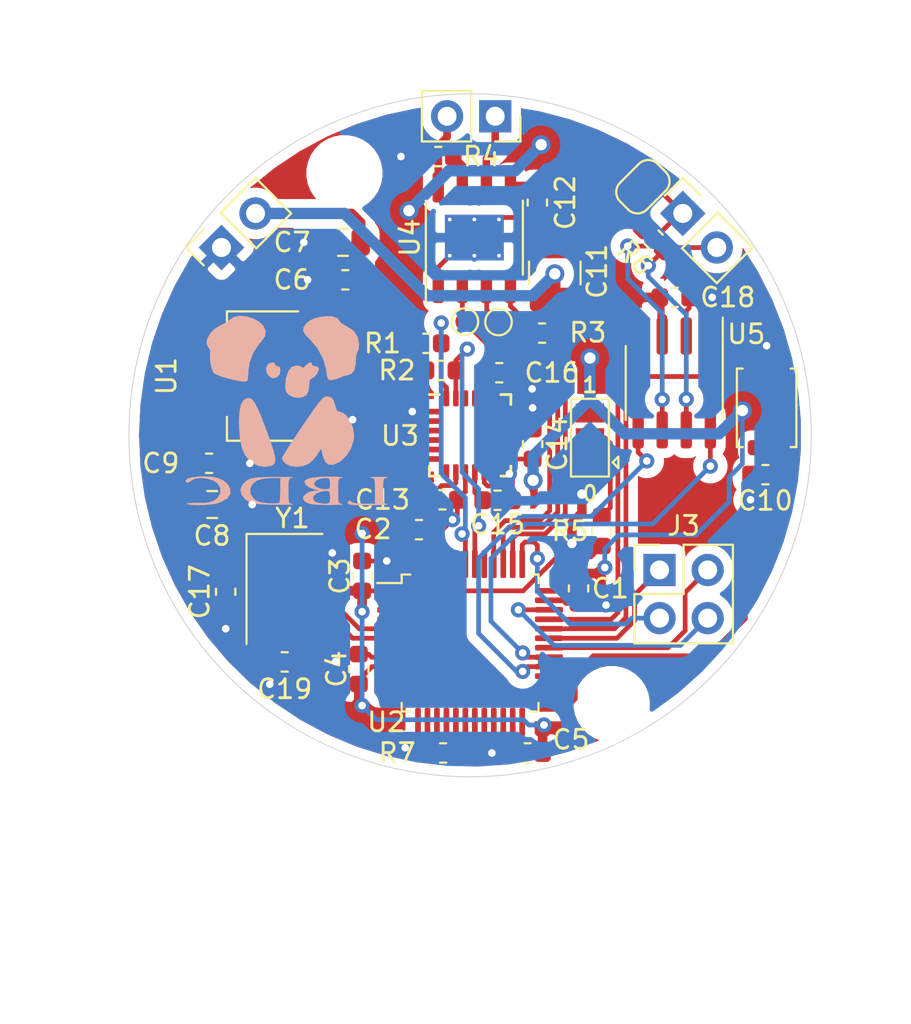
<source format=kicad_pcb>
(kicad_pcb (version 20171130) (host pcbnew "(5.1.6)-1")
  (layers (0 F.Cu signal) (31 B.Cu signal) (34 B.Paste user) (35 F.Paste user hide) (36 B.SilkS user hide) (37 F.SilkS user) (38 B.Mask user) (39 F.Mask user hide) (44 Edge.Cuts user))
  (net 0 "")
  (net 1 GND)
  (net 2 +3V3)
  (net 3 VCC)
  (net 4 /OSC_IN)
  (net 5 /OSC_OUT)
  (net 6 "Net-(J2-Pad2)")
  (net 7 "Net-(J2-Pad1)")
  (net 8 "Net-(JP1-Pad2)")
  (net 9 /I2C_SDA)
  (net 10 /I2C_SCL)
  (net 11 /STATUS)
  (net 12 "Net-(R4-Pad1)")
  (net 13 /BOOT)
  (net 14 "Net-(U2-Pad2)")
  (net 15 "Net-(U2-Pad3)")
  (net 16 "Net-(U2-Pad4)")
  (net 17 "Net-(U2-Pad10)")
  (net 18 "Net-(U2-Pad11)")
  (net 19 "Net-(U2-Pad12)")
  (net 20 "Net-(U2-Pad13)")
  (net 21 "Net-(U2-Pad14)")
  (net 22 "Net-(U2-Pad15)")
  (net 23 "Net-(U2-Pad16)")
  (net 24 "Net-(U2-Pad17)")
  (net 25 "Net-(U2-Pad18)")
  (net 26 "Net-(U2-Pad19)")
  (net 27 /SHDN)
  (net 28 /MODE)
  (net 29 "Net-(U2-Pad26)")
  (net 30 "Net-(U2-Pad27)")
  (net 31 /UART_TX)
  (net 32 /UART_RX)
  (net 33 /CAN_RX)
  (net 34 /CAN_TX)
  (net 35 "Net-(U2-Pad41)")
  (net 36 /IN1)
  (net 37 /IN2)
  (net 38 "Net-(U3-Pad6)")
  (net 39 "Net-(U3-Pad7)")
  (net 40 /INT)
  (net 41 /DTR)
  (net 42 "Net-(JP2-Pad2)")
  (net 43 "Net-(U2-Pad22)")
  (net 44 "Net-(U2-Pad25)")
  (net 45 "Net-(U2-Pad21)")
  (net 46 "Net-(U2-Pad45)")
  (net 47 "Net-(U2-Pad46)")
  (net 48 "Net-(C16-Pad1)")
  (net 49 "Net-(J4-Pad2)")
  (net 50 "Net-(J4-Pad1)")
  (net 51 "Net-(C15-Pad1)")
  (net 52 "Net-(R7-Pad1)")
  (net 53 /SWDCLK)
  (net 54 /SWDIO)
  (module Connector_PinHeader_2.54mm:PinHeader_2x02_P2.54mm_Vertical (layer F.Cu) (at 155 102.1)
    (fp_text reference J3 (at 1.27 -2.33) (layer F.SilkS))
    (fp_text value "SWD + Serial")
    (pad 4 thru_hole oval (at 2.54 2.54) (size 1.7 1.7) (drill 1) (layers *.Cu *.Mask) (net 54 /SWDIO))
    (pad 3 thru_hole oval (at 0 2.54) (size 1.7 1.7) (drill 1) (layers *.Cu *.Mask) (net 53 /SWDCLK))
    (pad 2 thru_hole oval (at 2.54 0) (size 1.7 1.7) (drill 1) (layers *.Cu *.Mask) (net 31 /UART_TX))
    (pad 1 thru_hole rect (at 0 0) (size 1.7 1.7) (drill 1) (layers *.Cu *.Mask) (net 32 /UART_RX))
  )
  (module Resistor_SMD:R_0603_1608Metric (layer F.Cu) (at 143.575 111.75 180)
    (fp_text reference R7 (at 2.425 0) (layer F.SilkS))
    (fp_text value 10k)
    (pad 2 smd roundrect (at 0.7875 0 180) (size 0.875 0.95) (layers F.Cu F.Paste F.Mask) (net 1 GND))
    (pad 1 smd roundrect (at -0.7875 0 180) (size 0.875 0.95) (layers F.Cu F.Paste F.Mask) (net 52 "Net-(R7-Pad1)"))
  )
  (module "Symbol:lucas logo 2" (layer B.Cu) (at 135.325 93.95 180)
    (fp_text reference G*** hide)
    (fp_text value LOGO hide)
  )
  (module TestPoint:TestPoint_Pad_D1.0mm (layer F.Cu) (at 146.5 89.025)
    (fp_text reference IN1 hide)
    (fp_text value TestPoint_Pad_D1.0mm)
    (pad 1 smd circle (at 0 0) (size 1 1) (layers F.Cu F.Mask) (net 36 /IN1))
  )
  (module TestPoint:TestPoint_Pad_D1.0mm (layer F.Cu) (at 144.725 89)
    (fp_text reference IN2 hide)
    (fp_text value TestPoint_Pad_D1.0mm)
    (pad 1 smd circle (at 0 0) (size 1 1) (layers F.Cu F.Mask) (net 37 /IN2))
  )
  (module Resistor_SMD:R_0603_1608Metric (layer F.Cu) (at 148.8 89.61 180)
    (fp_text reference R3 (at -2.4125 0.025) (layer F.SilkS))
    (fp_text value 10k)
    (pad 1 smd roundrect (at -0.7875 0 180) (size 0.875 0.95) (layers F.Cu F.Paste F.Mask) (net 2 +3V3))
    (pad 2 smd roundrect (at 0.7875 0 180) (size 0.875 0.95) (layers F.Cu F.Paste F.Mask) (net 11 /STATUS))
  )
  (module Capacitor_SMD:C_1210_3225Metric (layer F.Cu) (at 149.47 86.44 90)
    (fp_text reference C11 (at 0.09 2.23 270) (layer F.SilkS))
    (fp_text value 47uF)
    (pad 2 smd roundrect (at 1.4 0 90) (size 1.25 2.65) (layers F.Cu F.Paste F.Mask) (roundrect_rratio 0.2) (net 1 GND))
    (pad 1 smd roundrect (at -1.4 0 90) (size 1.25 2.65) (layers F.Cu F.Paste F.Mask) (roundrect_rratio 0.2) (net 3 VCC))
  )
  (module Connector_PinSocket_2.54mm:PinSocket_1x02_P2.54mm_Vertical (layer F.Cu) (at 156.225 83.3 45)
    (fp_text reference J4 hide)
    (fp_text value CANBUS)
    (pad 2 thru_hole oval (at 0 2.54 45) (size 1.7 1.7) (drill 1) (layers *.Cu *.Mask) (net 49 "Net-(J4-Pad2)"))
    (pad 1 thru_hole rect (at 0 0 45) (size 1.7 1.7) (drill 1) (layers *.Cu *.Mask) (net 50 "Net-(J4-Pad1)"))
  )
  (module Connector_PinSocket_2.54mm:PinSocket_1x02_P2.54mm_Vertical (layer F.Cu) (at 131.878949 85.096051 135)
    (fp_text reference J1 hide)
    (fp_text value ALIM)
    (pad 2 thru_hole oval (at 0 2.54 135) (size 1.7 1.7) (drill 1) (layers *.Cu *.Mask) (net 3 VCC))
    (pad 1 thru_hole rect (at 0 0 135) (size 1.7 1.7) (drill 1) (layers *.Cu *.Mask) (net 1 GND))
  )
  (module Connector_PinSocket_2.54mm:PinSocket_1x02_P2.54mm_Vertical (layer F.Cu) (at 146.325 78.175 270)
    (fp_text reference J2 hide)
    (fp_text value ELECTROMAGNET)
    (pad 2 thru_hole oval (at 0 2.54 270) (size 1.7 1.7) (drill 1) (layers *.Cu *.Mask) (net 6 "Net-(J2-Pad2)"))
    (pad 1 thru_hole rect (at 0 0 270) (size 1.7 1.7) (drill 1) (layers *.Cu *.Mask) (net 7 "Net-(J2-Pad1)"))
  )
  (module MountingHole:MountingHole_3mm (layer F.Cu) (at 152.475 109.175)
    (fp_text reference H2 hide)
    (fp_text value MountingHole)
    (pad 1 np_thru_hole circle (at 0 0) (size 3 3) (drill 3) (layers *.Cu *.Mask))
  )
  (module MountingHole:MountingHole_3mm (layer F.Cu) (at 138.37 81.18)
    (fp_text reference H1 hide)
    (fp_text value MountingHole)
    (pad 1 np_thru_hole circle (at 0 0) (size 3 3) (drill 3) (layers *.Cu *.Mask))
  )
  (module Capacitor_SMD:C_0603_1608Metric (layer F.Cu) (at 132.1 103.25 270)
    (fp_text reference C17 (at 0 1.375 90) (layer F.SilkS))
    (fp_text value 18pF)
    (pad 2 smd roundrect (at 0.7875 0 270) (size 0.875 0.95) (layers F.Cu F.Paste F.Mask) (net 1 GND))
    (pad 1 smd roundrect (at -0.7875 0 270) (size 0.875 0.95) (layers F.Cu F.Paste F.Mask) (net 4 /OSC_IN))
  )
  (module Crystal:Crystal_SMD_Abracon_ABM3C-4Pin_5.0x3.2mm (layer F.Cu) (at 135.2 103.1 270)
    (fp_text reference Y1 (at -3.725 -0.425 180) (layer F.SilkS))
    (fp_text value 8MHz)
    (pad 4 smd rect (at -1.9 -1.15 270) (size 1.6 1.3) (layers F.Cu F.Paste F.Mask) (net 1 GND))
    (pad 3 smd rect (at 1.9 -1.15 270) (size 1.6 1.3) (layers F.Cu F.Paste F.Mask) (net 5 /OSC_OUT))
    (pad 2 smd rect (at 1.9 1.15 270) (size 1.6 1.3) (layers F.Cu F.Paste F.Mask) (net 1 GND))
    (pad 1 smd rect (at -1.9 1.15 270) (size 1.6 1.3) (layers F.Cu F.Paste F.Mask) (net 4 /OSC_IN))
  )
  (module Button_Switch_SMD:SW_Push_SPST_NO_Alps_SKRK (layer F.Cu) (at 160.65 93.55 270)
    (fp_text reference SW1 hide)
    (fp_text value RESET)
    (pad 1 smd roundrect (at -2.1 0 270) (size 0.8 2) (layers F.Cu F.Paste F.Mask) (net 1 GND))
    (pad 2 smd roundrect (at 2.1 0 270) (size 0.8 2) (layers F.Cu F.Paste F.Mask) (net 41 /DTR))
  )
  (module Resistor_SMD:R_0603_1608Metric (layer F.Cu) (at 154.693153 84.668153 135)
    (fp_text reference R6 (at 0 -1.378858 135) (layer F.SilkS))
    (fp_text value 120)
    (pad 2 smd roundrect (at 0.7875 0 135) (size 0.875 0.95) (layers F.Cu F.Paste F.Mask) (net 42 "Net-(JP2-Pad2)"))
    (pad 1 smd roundrect (at -0.7875 0 135) (size 0.875 0.95) (layers F.Cu F.Paste F.Mask) (net 49 "Net-(J4-Pad2)"))
  )
  (module Jumper:SolderJumper-2_P1.3mm_Open_RoundedPad1.0x1.5mm (layer F.Cu) (at 154.12 81.89 225)
    (fp_text reference JP2 hide)
    (fp_text value JUMPER)
    (pad 2 smd custom (at 0.65 0 225) (size 1 0.5) (layers F.Cu F.Mask) (net 42 "Net-(JP2-Pad2)") (options (clearance outline) (anchor rect)) (primitives (gr_circle (center 0 0.25) (end 0.5 0.25) (width 0)) (gr_circle (center 0 -0.25) (end 0.5 -0.25) (width 0)) (gr_poly (pts (xy 0 -0.75) (xy -0.5 -0.75) (xy -0.5 0.75) (xy 0 0.75)) (width 0))))
    (pad 1 smd custom (at -0.65 0 225) (size 1 0.5) (layers F.Cu F.Mask) (net 50 "Net-(J4-Pad1)") (options (clearance outline) (anchor rect)) (primitives (gr_circle (center 0 0.25) (end 0.5 0.25) (width 0)) (gr_circle (center 0 -0.25) (end 0.5 -0.25) (width 0)) (gr_poly (pts (xy 0 -0.75) (xy 0.5 -0.75) (xy 0.5 0.75) (xy 0 0.75)) (width 0))))
  )
  (module Package_SO:SOIC-8_3.9x4.9mm_P1.27mm (layer F.Cu) (at 155.775 92.241 270)
    (fp_text reference U5 (at -2.575 -3.8 180) (layer F.SilkS))
    (fp_text value MAX3051)
    (pad 8 smd roundrect (at 2.475 -1.905 270) (size 1.95 0.6) (layers F.Cu F.Paste F.Mask) (net 28 /MODE))
    (pad 7 smd roundrect (at 2.475 -0.635 270) (size 1.95 0.6) (layers F.Cu F.Paste F.Mask) (net 49 "Net-(J4-Pad2)"))
    (pad 6 smd roundrect (at 2.475 0.635 270) (size 1.95 0.6) (layers F.Cu F.Paste F.Mask) (net 50 "Net-(J4-Pad1)"))
    (pad 5 smd roundrect (at 2.475 1.905 270) (size 1.95 0.6) (layers F.Cu F.Paste F.Mask) (net 27 /SHDN))
    (pad 4 smd roundrect (at -2.475 1.905 270) (size 1.95 0.6) (layers F.Cu F.Paste F.Mask) (net 34 /CAN_TX))
    (pad 3 smd roundrect (at -2.475 0.635 270) (size 1.95 0.6) (layers F.Cu F.Paste F.Mask) (net 2 +3V3))
    (pad 2 smd roundrect (at -2.475 -0.635 270) (size 1.95 0.6) (layers F.Cu F.Paste F.Mask) (net 1 GND))
    (pad 1 smd roundrect (at -2.475 -1.905 270) (size 1.95 0.6) (layers F.Cu F.Paste F.Mask) (net 33 /CAN_RX))
  )
  (module Package_SO:HSOP-8-1EP_3.9x4.9mm_P1.27mm_EP2.41x3.1mm_ThermalVias (layer F.Cu) (at 145.225 84.575 90)
    (fp_text reference U4 (at 0 -3.4 90) (layer F.SilkS))
    (fp_text value DRV8872DDA)
    (pad 9 smd rect (at 0 0 90) (size 2.41 3.1) (layers B.Cu) (net 1 GND))
    (pad 9 thru_hole circle (at 0.955 1.3 90) (size 0.5 0.5) (drill 0.2) (layers *.Cu) (net 1 GND))
    (pad 9 thru_hole circle (at -0.955 1.3 90) (size 0.5 0.5) (drill 0.2) (layers *.Cu) (net 1 GND))
    (pad 9 thru_hole circle (at 0.955 0 90) (size 0.5 0.5) (drill 0.2) (layers *.Cu) (net 1 GND))
    (pad 9 thru_hole circle (at -0.955 0 90) (size 0.5 0.5) (drill 0.2) (layers *.Cu) (net 1 GND))
    (pad 9 thru_hole circle (at 0.955 -1.3 90) (size 0.5 0.5) (drill 0.2) (layers *.Cu) (net 1 GND))
    (pad 9 thru_hole circle (at -0.955 -1.3 90) (size 0.5 0.5) (drill 0.2) (layers *.Cu) (net 1 GND))
    (pad 9 smd rect (at 0 0 90) (size 2.41 3.1) (layers F.Cu F.Mask) (net 1 GND))
    (pad 8 smd roundrect (at 2.65 -1.905 90) (size 1.6 0.6) (layers F.Cu F.Paste F.Mask) (net 6 "Net-(J2-Pad2)"))
    (pad 7 smd roundrect (at 2.65 -0.635 90) (size 1.6 0.6) (layers F.Cu F.Paste F.Mask) (net 12 "Net-(R4-Pad1)"))
    (pad 6 smd roundrect (at 2.65 0.635 90) (size 1.6 0.6) (layers F.Cu F.Paste F.Mask) (net 7 "Net-(J2-Pad1)"))
    (pad 5 smd roundrect (at 2.65 1.905 90) (size 1.6 0.6) (layers F.Cu F.Paste F.Mask) (net 3 VCC))
    (pad 4 smd roundrect (at -2.65 1.905 90) (size 1.6 0.6) (layers F.Cu F.Paste F.Mask) (net 11 /STATUS))
    (pad 3 smd roundrect (at -2.65 0.635 90) (size 1.6 0.6) (layers F.Cu F.Paste F.Mask) (net 36 /IN1))
    (pad 2 smd roundrect (at -2.65 -0.635 90) (size 1.6 0.6) (layers F.Cu F.Paste F.Mask) (net 37 /IN2))
    (pad 1 smd roundrect (at -2.65 -1.905 90) (size 1.6 0.6) (layers F.Cu F.Paste F.Mask) (net 1 GND))
  )
  (module Capacitor_SMD:C_0603_1608Metric (layer F.Cu) (at 143.5375 98.4)
    (fp_text reference C13 (at -3.1625 0) (layer F.SilkS))
    (fp_text value 100nF)
    (pad 2 smd roundrect (at 0.7875 0) (size 0.875 0.95) (layers F.Cu F.Paste F.Mask) (net 1 GND))
    (pad 1 smd roundrect (at -0.7875 0) (size 0.875 0.95) (layers F.Cu F.Paste F.Mask) (net 2 +3V3))
  )
  (module Capacitor_SMD:C_0603_1608Metric (layer F.Cu) (at 150.725 103.075 270)
    (fp_text reference C1 (at 0 -1.675) (layer F.SilkS))
    (fp_text value 100nF)
    (pad 2 smd roundrect (at 0.7875 0 270) (size 0.875 0.95) (layers F.Cu F.Paste F.Mask) (net 1 GND))
    (pad 1 smd roundrect (at -0.7875 0 270) (size 0.875 0.95) (layers F.Cu F.Paste F.Mask) (net 2 +3V3))
  )
  (module Capacitor_SMD:C_0603_1608Metric (layer F.Cu) (at 142.3 99.975)
    (fp_text reference C2 (at -2.425 -0.025) (layer F.SilkS))
    (fp_text value 100nF)
    (pad 1 smd roundrect (at -0.7875 0) (size 0.875 0.95) (layers F.Cu F.Paste F.Mask) (net 2 +3V3))
    (pad 2 smd roundrect (at 0.7875 0) (size 0.875 0.95) (layers F.Cu F.Paste F.Mask) (net 1 GND))
  )
  (module Capacitor_SMD:C_0603_1608Metric (layer F.Cu) (at 139.3 102.4125 90)
    (fp_text reference C3 (at -0.0125 -1.175 270) (layer F.SilkS))
    (fp_text value 100nF)
    (pad 2 smd roundrect (at 0.7875 0 90) (size 0.875 0.95) (layers F.Cu F.Paste F.Mask) (net 1 GND))
    (pad 1 smd roundrect (at -0.7875 0 90) (size 0.875 0.95) (layers F.Cu F.Paste F.Mask) (net 2 +3V3))
  )
  (module Capacitor_SMD:C_0603_1608Metric (layer F.Cu) (at 139.125 107.325 90)
    (fp_text reference C4 (at 0 -1.175 90) (layer F.SilkS))
    (fp_text value 100nF)
    (pad 1 smd roundrect (at -0.7875 0 90) (size 0.875 0.95) (layers F.Cu F.Paste F.Mask) (net 2 +3V3))
    (pad 2 smd roundrect (at 0.7875 0 90) (size 0.875 0.95) (layers F.Cu F.Paste F.Mask) (net 1 GND))
  )
  (module Capacitor_SMD:C_0603_1608Metric (layer F.Cu) (at 148.0375 111.75 180)
    (fp_text reference C5 (at -2.2875 0.7) (layer F.SilkS))
    (fp_text value 100nF)
    (pad 2 smd roundrect (at 0.7875 0 180) (size 0.875 0.95) (layers F.Cu F.Paste F.Mask) (net 1 GND))
    (pad 1 smd roundrect (at -0.7875 0 180) (size 0.875 0.95) (layers F.Cu F.Paste F.Mask) (net 2 +3V3))
  )
  (module Capacitor_SMD:C_0603_1608Metric (layer F.Cu) (at 138.4125 86.8 180)
    (fp_text reference C6 (at 2.8125 0) (layer F.SilkS))
    (fp_text value 100nF)
    (pad 1 smd roundrect (at -0.7875 0 180) (size 0.875 0.95) (layers F.Cu F.Paste F.Mask) (net 3 VCC))
    (pad 2 smd roundrect (at 0.7875 0 180) (size 0.875 0.95) (layers F.Cu F.Paste F.Mask) (net 1 GND))
  )
  (module Capacitor_SMD:C_0805_2012Metric (layer F.Cu) (at 138.2875 84.825 180)
    (fp_text reference C7 (at 2.6875 0) (layer F.SilkS))
    (fp_text value 10uF)
    (pad 1 smd roundrect (at -0.9375 0 180) (size 0.975 1.4) (layers F.Cu F.Paste F.Mask) (net 3 VCC))
    (pad 2 smd roundrect (at 0.9375 0 180) (size 0.975 1.4) (layers F.Cu F.Paste F.Mask) (net 1 GND))
  )
  (module Capacitor_SMD:C_0805_2012Metric (layer F.Cu) (at 131.3875 98.65)
    (fp_text reference C8 (at -0.0125 1.65) (layer F.SilkS))
    (fp_text value 10uF)
    (pad 2 smd roundrect (at 0.9375 0) (size 0.975 1.4) (layers F.Cu F.Paste F.Mask) (net 1 GND))
    (pad 1 smd roundrect (at -0.9375 0) (size 0.975 1.4) (layers F.Cu F.Paste F.Mask) (net 2 +3V3))
  )
  (module Capacitor_SMD:C_0603_1608Metric (layer F.Cu) (at 131.225 96.475)
    (fp_text reference C9 (at -2.55 0 180) (layer F.SilkS))
    (fp_text value 100nF)
    (pad 2 smd roundrect (at 0.7875 0) (size 0.875 0.95) (layers F.Cu F.Paste F.Mask) (net 1 GND))
    (pad 1 smd roundrect (at -0.7875 0) (size 0.875 0.95) (layers F.Cu F.Paste F.Mask) (net 2 +3V3))
  )
  (module Capacitor_SMD:C_0603_1608Metric (layer F.Cu) (at 160.5875 97.075 180)
    (fp_text reference C10 (at 0.0125 -1.375) (layer F.SilkS))
    (fp_text value 100nF)
    (pad 1 smd roundrect (at -0.7875 0 180) (size 0.875 0.95) (layers F.Cu F.Paste F.Mask) (net 41 /DTR))
    (pad 2 smd roundrect (at 0.7875 0 180) (size 0.875 0.95) (layers F.Cu F.Paste F.Mask) (net 1 GND))
  )
  (module Capacitor_SMD:C_0603_1608Metric (layer F.Cu) (at 148.55 82.725 270)
    (fp_text reference C12 (at 0 -1.475 270) (layer F.SilkS))
    (fp_text value 100nF)
    (pad 1 smd roundrect (at -0.7875 0 270) (size 0.875 0.95) (layers F.Cu F.Paste F.Mask) (net 3 VCC))
    (pad 2 smd roundrect (at 0.7875 0 270) (size 0.875 0.95) (layers F.Cu F.Paste F.Mask) (net 1 GND))
  )
  (module Capacitor_SMD:C_0603_1608Metric (layer F.Cu) (at 148.3 95.4625 90)
    (fp_text reference C14 (at 0.0125 1.3 90) (layer F.SilkS))
    (fp_text value 100nF)
    (pad 2 smd roundrect (at 0.7875 0 90) (size 0.875 0.95) (layers F.Cu F.Paste F.Mask) (net 1 GND))
    (pad 1 smd roundrect (at -0.7875 0 90) (size 0.875 0.95) (layers F.Cu F.Paste F.Mask) (net 2 +3V3))
  )
  (module Capacitor_SMD:C_0603_1608Metric (layer F.Cu) (at 146.45 98.425)
    (fp_text reference C15 (at 0 1.275) (layer F.SilkS))
    (fp_text value 100nF)
    (pad 1 smd roundrect (at -0.7875 0) (size 0.875 0.95) (layers F.Cu F.Paste F.Mask) (net 51 "Net-(C15-Pad1)"))
    (pad 2 smd roundrect (at 0.7875 0) (size 0.875 0.95) (layers F.Cu F.Paste F.Mask) (net 1 GND))
  )
  (module Capacitor_SMD:C_0603_1608Metric (layer F.Cu) (at 146.5375 91.7)
    (fp_text reference C16 (at 2.7875 0) (layer F.SilkS))
    (fp_text value 2.2nF)
    (pad 2 smd roundrect (at 0.7875 0) (size 0.875 0.95) (layers F.Cu F.Paste F.Mask) (net 1 GND))
    (pad 1 smd roundrect (at -0.7875 0) (size 0.875 0.95) (layers F.Cu F.Paste F.Mask) (net 48 "Net-(C16-Pad1)"))
  )
  (module Capacitor_SMD:C_0603_1608Metric (layer F.Cu) (at 155.8 87.725)
    (fp_text reference C18 (at 2.8 0) (layer F.SilkS))
    (fp_text value 100nF)
    (pad 1 smd roundrect (at -0.7875 0) (size 0.875 0.95) (layers F.Cu F.Paste F.Mask) (net 2 +3V3))
    (pad 2 smd roundrect (at 0.7875 0) (size 0.875 0.95) (layers F.Cu F.Paste F.Mask) (net 1 GND))
  )
  (module Capacitor_SMD:C_0603_1608Metric (layer F.Cu) (at 135.2125 106.95 180)
    (fp_text reference C19 (at 0 -1.43) (layer F.SilkS))
    (fp_text value 18pF)
    (pad 1 smd roundrect (at -0.7875 0 180) (size 0.875 0.95) (layers F.Cu F.Paste F.Mask) (net 5 /OSC_OUT))
    (pad 2 smd roundrect (at 0.7875 0 180) (size 0.875 0.95) (layers F.Cu F.Paste F.Mask) (net 1 GND))
  )
  (module Jumper:SolderJumper-3_P1.3mm_Open_Pad1.0x1.5mm (layer F.Cu) (at 151.325 95.125 90)
    (fp_text reference JP1 hide)
    (fp_text value BOOT)
    (pad 3 smd rect (at 1.3 0 90) (size 1 1.5) (layers F.Cu F.Mask) (net 2 +3V3))
    (pad 2 smd rect (at 0 0 90) (size 1 1.5) (layers F.Cu F.Mask) (net 8 "Net-(JP1-Pad2)"))
    (pad 1 smd rect (at -1.3 0 90) (size 1 1.5) (layers F.Cu F.Mask) (net 1 GND))
  )
  (module Resistor_SMD:R_0603_1608Metric (layer F.Cu) (at 142.6875 90.15)
    (fp_text reference R1 (at -2.3125 0) (layer F.SilkS))
    (fp_text value 4.7k)
    (pad 2 smd roundrect (at 0.7875 0) (size 0.875 0.95) (layers F.Cu F.Paste F.Mask) (net 9 /I2C_SDA))
    (pad 1 smd roundrect (at -0.7875 0) (size 0.875 0.95) (layers F.Cu F.Paste F.Mask) (net 2 +3V3))
  )
  (module Resistor_SMD:R_0603_1608Metric (layer F.Cu) (at 143.4625 91.575)
    (fp_text reference R2 (at -2.325 0) (layer F.SilkS))
    (fp_text value 4.7k)
    (pad 1 smd roundrect (at -0.7875 0) (size 0.875 0.95) (layers F.Cu F.Paste F.Mask) (net 2 +3V3))
    (pad 2 smd roundrect (at 0.7875 0) (size 0.875 0.95) (layers F.Cu F.Paste F.Mask) (net 10 /I2C_SCL))
  )
  (module Resistor_SMD:R_0603_1608Metric (layer F.Cu) (at 143.325 80.3 180)
    (fp_text reference R4 (at -2.275 0) (layer F.SilkS))
    (fp_text value 1)
    (pad 2 smd roundrect (at 0.7875 0 180) (size 0.875 0.95) (layers F.Cu F.Paste F.Mask) (net 1 GND))
    (pad 1 smd roundrect (at -0.7875 0 180) (size 0.875 0.95) (layers F.Cu F.Paste F.Mask) (net 12 "Net-(R4-Pad1)"))
  )
  (module Resistor_SMD:R_0603_1608Metric (layer F.Cu) (at 151.95 100.05 90)
    (fp_text reference R5 (at 0 -1.675) (layer F.SilkS))
    (fp_text value 10k)
    (pad 1 smd roundrect (at -0.7875 0 90) (size 0.875 0.95) (layers F.Cu F.Paste F.Mask) (net 13 /BOOT))
    (pad 2 smd roundrect (at 0.7875 0 90) (size 0.875 0.95) (layers F.Cu F.Paste F.Mask) (net 8 "Net-(JP1-Pad2)"))
  )
  (module Package_TO_SOT_SMD:SOT-223-3_TabPin2 (layer F.Cu) (at 134.075 91.875 180)
    (fp_text reference U1 (at 5.1 0 90) (layer F.SilkS))
    (fp_text value AMS1117-3.3)
    (pad 2 smd rect (at 3.15 0 180) (size 2 3.8) (layers F.Cu F.Paste F.Mask) (net 2 +3V3))
    (pad 2 smd rect (at -3.15 0 180) (size 2 1.5) (layers F.Cu F.Paste F.Mask) (net 2 +3V3))
    (pad 3 smd rect (at -3.15 2.3 180) (size 2 1.5) (layers F.Cu F.Paste F.Mask) (net 3 VCC))
    (pad 1 smd rect (at -3.15 -2.3 180) (size 2 1.5) (layers F.Cu F.Paste F.Mask) (net 1 GND))
  )
  (module Package_QFP:LQFP-48_7x7mm_P0.5mm (layer F.Cu) (at 145 105.95)
    (fp_text reference U2 (at -4.425 4.175) (layer F.SilkS))
    (fp_text value STM32F103C8Tx)
    (pad 1 smd roundrect (at -4.1625 -2.75) (size 1.475 0.3) (layers F.Cu F.Paste F.Mask) (net 2 +3V3))
    (pad 2 smd roundrect (at -4.1625 -2.25) (size 1.475 0.3) (layers F.Cu F.Paste F.Mask) (net 14 "Net-(U2-Pad2)"))
    (pad 3 smd roundrect (at -4.1625 -1.75) (size 1.475 0.3) (layers F.Cu F.Paste F.Mask) (net 15 "Net-(U2-Pad3)"))
    (pad 4 smd roundrect (at -4.1625 -1.25) (size 1.475 0.3) (layers F.Cu F.Paste F.Mask) (net 16 "Net-(U2-Pad4)"))
    (pad 5 smd roundrect (at -4.1625 -0.75) (size 1.475 0.3) (layers F.Cu F.Paste F.Mask) (net 4 /OSC_IN))
    (pad 6 smd roundrect (at -4.1625 -0.25) (size 1.475 0.3) (layers F.Cu F.Paste F.Mask) (net 5 /OSC_OUT))
    (pad 7 smd roundrect (at -4.1625 0.25) (size 1.475 0.3) (layers F.Cu F.Paste F.Mask) (net 41 /DTR))
    (pad 8 smd roundrect (at -4.1625 0.75) (size 1.475 0.3) (layers F.Cu F.Paste F.Mask) (net 1 GND))
    (pad 9 smd roundrect (at -4.1625 1.25) (size 1.475 0.3) (layers F.Cu F.Paste F.Mask) (net 2 +3V3))
    (pad 10 smd roundrect (at -4.1625 1.75) (size 1.475 0.3) (layers F.Cu F.Paste F.Mask) (net 17 "Net-(U2-Pad10)"))
    (pad 11 smd roundrect (at -4.1625 2.25) (size 1.475 0.3) (layers F.Cu F.Paste F.Mask) (net 18 "Net-(U2-Pad11)"))
    (pad 12 smd roundrect (at -4.1625 2.75) (size 1.475 0.3) (layers F.Cu F.Paste F.Mask) (net 19 "Net-(U2-Pad12)"))
    (pad 13 smd roundrect (at -2.75 4.1625) (size 0.3 1.475) (layers F.Cu F.Paste F.Mask) (net 20 "Net-(U2-Pad13)"))
    (pad 14 smd roundrect (at -2.25 4.1625) (size 0.3 1.475) (layers F.Cu F.Paste F.Mask) (net 21 "Net-(U2-Pad14)"))
    (pad 15 smd roundrect (at -1.75 4.1625) (size 0.3 1.475) (layers F.Cu F.Paste F.Mask) (net 22 "Net-(U2-Pad15)"))
    (pad 16 smd roundrect (at -1.25 4.1625) (size 0.3 1.475) (layers F.Cu F.Paste F.Mask) (net 23 "Net-(U2-Pad16)"))
    (pad 17 smd roundrect (at -0.75 4.1625) (size 0.3 1.475) (layers F.Cu F.Paste F.Mask) (net 24 "Net-(U2-Pad17)"))
    (pad 18 smd roundrect (at -0.25 4.1625) (size 0.3 1.475) (layers F.Cu F.Paste F.Mask) (net 25 "Net-(U2-Pad18)"))
    (pad 19 smd roundrect (at 0.25 4.1625) (size 0.3 1.475) (layers F.Cu F.Paste F.Mask) (net 26 "Net-(U2-Pad19)"))
    (pad 20 smd roundrect (at 0.75 4.1625) (size 0.3 1.475) (layers F.Cu F.Paste F.Mask) (net 52 "Net-(R7-Pad1)"))
    (pad 21 smd roundrect (at 1.25 4.1625) (size 0.3 1.475) (layers F.Cu F.Paste F.Mask) (net 45 "Net-(U2-Pad21)"))
    (pad 22 smd roundrect (at 1.75 4.1625) (size 0.3 1.475) (layers F.Cu F.Paste F.Mask) (net 43 "Net-(U2-Pad22)"))
    (pad 23 smd roundrect (at 2.25 4.1625) (size 0.3 1.475) (layers F.Cu F.Paste F.Mask) (net 1 GND))
    (pad 24 smd roundrect (at 2.75 4.1625) (size 0.3 1.475) (layers F.Cu F.Paste F.Mask) (net 2 +3V3))
    (pad 25 smd roundrect (at 4.1625 2.75) (size 1.475 0.3) (layers F.Cu F.Paste F.Mask) (net 44 "Net-(U2-Pad25)"))
    (pad 26 smd roundrect (at 4.1625 2.25) (size 1.475 0.3) (layers F.Cu F.Paste F.Mask) (net 29 "Net-(U2-Pad26)"))
    (pad 27 smd roundrect (at 4.1625 1.75) (size 1.475 0.3) (layers F.Cu F.Paste F.Mask) (net 30 "Net-(U2-Pad27)"))
    (pad 28 smd roundrect (at 4.1625 1.25) (size 1.475 0.3) (layers F.Cu F.Paste F.Mask) (net 27 /SHDN))
    (pad 29 smd roundrect (at 4.1625 0.75) (size 1.475 0.3) (layers F.Cu F.Paste F.Mask) (net 28 /MODE))
    (pad 30 smd roundrect (at 4.1625 0.25) (size 1.475 0.3) (layers F.Cu F.Paste F.Mask) (net 31 /UART_TX))
    (pad 31 smd roundrect (at 4.1625 -0.25) (size 1.475 0.3) (layers F.Cu F.Paste F.Mask) (net 32 /UART_RX))
    (pad 32 smd roundrect (at 4.1625 -0.75) (size 1.475 0.3) (layers F.Cu F.Paste F.Mask) (net 33 /CAN_RX))
    (pad 33 smd roundrect (at 4.1625 -1.25) (size 1.475 0.3) (layers F.Cu F.Paste F.Mask) (net 34 /CAN_TX))
    (pad 34 smd roundrect (at 4.1625 -1.75) (size 1.475 0.3) (layers F.Cu F.Paste F.Mask) (net 54 /SWDIO))
    (pad 35 smd roundrect (at 4.1625 -2.25) (size 1.475 0.3) (layers F.Cu F.Paste F.Mask) (net 1 GND))
    (pad 36 smd roundrect (at 4.1625 -2.75) (size 1.475 0.3) (layers F.Cu F.Paste F.Mask) (net 2 +3V3))
    (pad 37 smd roundrect (at 2.75 -4.1625) (size 0.3 1.475) (layers F.Cu F.Paste F.Mask) (net 53 /SWDCLK))
    (pad 38 smd roundrect (at 2.25 -4.1625) (size 0.3 1.475) (layers F.Cu F.Paste F.Mask) (net 11 /STATUS))
    (pad 39 smd roundrect (at 1.75 -4.1625) (size 0.3 1.475) (layers F.Cu F.Paste F.Mask) (net 36 /IN1))
    (pad 40 smd roundrect (at 1.25 -4.1625) (size 0.3 1.475) (layers F.Cu F.Paste F.Mask) (net 37 /IN2))
    (pad 41 smd roundrect (at 0.75 -4.1625) (size 0.3 1.475) (layers F.Cu F.Paste F.Mask) (net 35 "Net-(U2-Pad41)"))
    (pad 42 smd roundrect (at 0.25 -4.1625) (size 0.3 1.475) (layers F.Cu F.Paste F.Mask) (net 10 /I2C_SCL))
    (pad 43 smd roundrect (at -0.25 -4.1625) (size 0.3 1.475) (layers F.Cu F.Paste F.Mask) (net 9 /I2C_SDA))
    (pad 44 smd roundrect (at -0.75 -4.1625) (size 0.3 1.475) (layers F.Cu F.Paste F.Mask) (net 13 /BOOT))
    (pad 45 smd roundrect (at -1.25 -4.1625) (size 0.3 1.475) (layers F.Cu F.Paste F.Mask) (net 46 "Net-(U2-Pad45)"))
    (pad 46 smd roundrect (at -1.75 -4.1625) (size 0.3 1.475) (layers F.Cu F.Paste F.Mask) (net 47 "Net-(U2-Pad46)"))
    (pad 47 smd roundrect (at -2.25 -4.1625) (size 0.3 1.475) (layers F.Cu F.Paste F.Mask) (net 1 GND))
    (pad 48 smd roundrect (at -2.75 -4.1625) (size 0.3 1.475) (layers F.Cu F.Paste F.Mask) (net 2 +3V3))
  )
  (module Sensor_Motion:InvenSense_QFN-24_4x4mm_P0.5mm (layer F.Cu) (at 145 95)
    (fp_text reference U3 (at -3.7 0.025) (layer F.SilkS))
    (fp_text value MPU-6050)
    (pad 1 smd roundrect (at -1.95 -1.25) (size 0.85 0.3) (layers F.Cu F.Paste F.Mask) (net 1 GND))
    (pad 2 smd roundrect (at -1.95 -0.75) (size 0.85 0.3) (layers F.Cu F.Paste F.Mask))
    (pad 3 smd roundrect (at -1.95 -0.25) (size 0.85 0.3) (layers F.Cu F.Paste F.Mask))
    (pad 4 smd roundrect (at -1.95 0.25) (size 0.85 0.3) (layers F.Cu F.Paste F.Mask))
    (pad 5 smd roundrect (at -1.95 0.75) (size 0.85 0.3) (layers F.Cu F.Paste F.Mask))
    (pad 6 smd roundrect (at -1.95 1.25) (size 0.85 0.3) (layers F.Cu F.Paste F.Mask) (net 38 "Net-(U3-Pad6)"))
    (pad 7 smd roundrect (at -1.25 1.95 90) (size 0.85 0.3) (layers F.Cu F.Paste F.Mask) (net 39 "Net-(U3-Pad7)"))
    (pad 8 smd roundrect (at -0.75 1.95 90) (size 0.85 0.3) (layers F.Cu F.Paste F.Mask) (net 2 +3V3))
    (pad 9 smd roundrect (at -0.25 1.95 90) (size 0.85 0.3) (layers F.Cu F.Paste F.Mask) (net 1 GND))
    (pad 10 smd roundrect (at 0.25 1.95 90) (size 0.85 0.3) (layers F.Cu F.Paste F.Mask) (net 51 "Net-(C15-Pad1)"))
    (pad 11 smd roundrect (at 0.75 1.95 90) (size 0.85 0.3) (layers F.Cu F.Paste F.Mask) (net 1 GND))
    (pad 12 smd roundrect (at 1.25 1.95 90) (size 0.85 0.3) (layers F.Cu F.Paste F.Mask) (net 40 /INT))
    (pad 13 smd roundrect (at 1.95 1.25) (size 0.85 0.3) (layers F.Cu F.Paste F.Mask) (net 2 +3V3))
    (pad 14 smd roundrect (at 1.95 0.75) (size 0.85 0.3) (layers F.Cu F.Paste F.Mask))
    (pad 15 smd roundrect (at 1.95 0.25) (size 0.85 0.3) (layers F.Cu F.Paste F.Mask))
    (pad 16 smd roundrect (at 1.95 -0.25) (size 0.85 0.3) (layers F.Cu F.Paste F.Mask))
    (pad 17 smd roundrect (at 1.95 -0.75) (size 0.85 0.3) (layers F.Cu F.Paste F.Mask))
    (pad 18 smd roundrect (at 1.95 -1.25) (size 0.85 0.3) (layers F.Cu F.Paste F.Mask) (net 1 GND))
    (pad 19 smd roundrect (at 1.25 -1.95 90) (size 0.85 0.3) (layers F.Cu F.Paste F.Mask))
    (pad 20 smd roundrect (at 0.75 -1.95 90) (size 0.85 0.3) (layers F.Cu F.Paste F.Mask) (net 48 "Net-(C16-Pad1)"))
    (pad 21 smd roundrect (at 0.25 -1.95 90) (size 0.85 0.3) (layers F.Cu F.Paste F.Mask))
    (pad 22 smd roundrect (at -0.25 -1.95 90) (size 0.85 0.3) (layers F.Cu F.Paste F.Mask))
    (pad 23 smd roundrect (at -0.75 -1.95 90) (size 0.85 0.3) (layers F.Cu F.Paste F.Mask) (net 10 /I2C_SCL))
    (pad 24 smd roundrect (at -1.25 -1.95 90) (size 0.85 0.3) (layers F.Cu F.Paste F.Mask) (net 9 /I2C_SDA))
  )
  (gr_text "0\n" (at 151.325 98.075) (layer F.SilkS) (effects (font (size 0.8 0.8))))
  (gr_text 1 (at 151.325 92.35) (layer F.SilkS) (effects (font (size 0.8 0.8))))
  (gr_circle (center 145 95) (end 145.5 77) (layer Edge.Cuts) (width 0.05))
  (via (at 150.9 98.1) (size 1) (drill 0.5) (layers F.Cu B.Cu) (net 1))
  (via (at 148.325 97.375) (size 1) (drill 0.6) (layers F.Cu B.Cu) (net 2))
  (via (at 134.425 108.125) (size 0.8) (drill 0.4) (layers F.Cu B.Cu) (net 1))
  (via (at 141.35 80.3) (size 0.8) (drill 0.4) (layers F.Cu B.Cu) (net 1))
  (via (at 160.65 90.275) (size 0.8) (drill 0.4) (layers F.Cu B.Cu) (net 1))
  (via (at 136.225 84.825) (size 0.8) (drill 0.4) (layers F.Cu B.Cu) (net 1))
  (via (at 148.3 93.55) (size 0.8) (drill 0.4) (layers F.Cu B.Cu) (net 1))
  (segment (start 148.3 93.55) (end 148.3 94.675) (width 0.25) (layer F.Cu) (net 1))
  (segment (start 147.775 93.55) (end 148.3 93.55) (width 0.25) (layer F.Cu) (net 1))
  (segment (start 146.95 93.75) (end 147.575 93.75) (width 0.25) (layer F.Cu) (net 1))
  (segment (start 147.575 93.75) (end 147.775 93.55) (width 0.25) (layer F.Cu) (net 1))
  (via (at 148.275 92.55) (size 0.8) (drill 0.4) (layers F.Cu B.Cu) (net 1))
  (via (at 144.075 99.45) (size 0.8) (drill 0.4) (layers F.Cu B.Cu) (net 1))
  (via (at 141.95 93.75) (size 0.8) (drill 0.4) (layers F.Cu B.Cu) (net 1))
  (segment (start 141.95 93.75) (end 143.05 93.75) (width 0.25) (layer F.Cu) (net 1))
  (segment (start 144.75 97.975) (end 144.325 98.4) (width 0.25) (layer F.Cu) (net 1))
  (segment (start 144.75 96.95) (end 144.75 97.975) (width 0.25) (layer F.Cu) (net 1))
  (segment (start 146.4875 97.675) (end 147.2375 98.425) (width 0.25) (layer F.Cu) (net 1))
  (segment (start 145.75 96.95) (end 145.75 97.5) (width 0.25) (layer F.Cu) (net 1))
  (segment (start 145.925 97.675) (end 146.4875 97.675) (width 0.25) (layer F.Cu) (net 1))
  (segment (start 145.75 97.5) (end 145.925 97.675) (width 0.25) (layer F.Cu) (net 1))
  (segment (start 136.225 84.825) (end 137.35 84.825) (width 0.4) (layer F.Cu) (net 1))
  (via (at 136.425 86.8) (size 0.8) (drill 0.4) (layers F.Cu B.Cu) (net 1))
  (segment (start 136.425 86.8) (end 137.625 86.8) (width 0.4) (layer F.Cu) (net 1))
  (segment (start 137.225 94.175) (end 138.8 94.175) (width 0.4) (layer F.Cu) (net 1))
  (segment (start 138.8 94.175) (end 138.8 94.175) (width 0.4) (layer F.Cu) (net 1))
  (segment (start 132.0125 96.475) (end 133.375 96.475) (width 0.4) (layer F.Cu) (net 1))
  (segment (start 133.375 96.475) (end 133.375 96.475) (width 0.4) (layer F.Cu) (net 1))
  (via (at 133.375 96.475) (size 0.8) (drill 0.4) (layers F.Cu B.Cu) (net 1))
  (segment (start 132.325 98.65) (end 133.5 98.65) (width 0.4) (layer F.Cu) (net 1))
  (segment (start 133.5 98.65) (end 133.5 98.65) (width 0.4) (layer F.Cu) (net 1))
  (via (at 133.5 98.65) (size 0.8) (drill 0.4) (layers F.Cu B.Cu) (net 1))
  (via (at 147.075 97.025) (size 0.8) (drill 0.4) (layers F.Cu B.Cu) (net 1))
  (segment (start 150.0625 103.8625) (end 150.725 103.8625) (width 0.25) (layer F.Cu) (net 1))
  (segment (start 149.9 103.7) (end 150.0625 103.8625) (width 0.25) (layer F.Cu) (net 1))
  (segment (start 142.75 101.7875) (end 142.75 101.025) (width 0.25) (layer F.Cu) (net 1))
  (segment (start 143.0875 100.6875) (end 142.75 101.025) (width 0.25) (layer F.Cu) (net 1))
  (segment (start 143.0875 99.975) (end 143.0875 100.6875) (width 0.25) (layer F.Cu) (net 1))
  (segment (start 139.3 101.625) (end 140.6 101.625) (width 0.25) (layer F.Cu) (net 1))
  (segment (start 140.6 101.625) (end 140.6 101.625) (width 0.25) (layer F.Cu) (net 1))
  (via (at 140.6 101.625) (size 0.8) (drill 0.4) (layers F.Cu B.Cu) (net 1))
  (via (at 137.9 106.925) (size 0.8) (drill 0.4) (layers F.Cu B.Cu) (net 1))
  (via (at 159.8 98.4) (size 0.8) (drill 0.4) (layers F.Cu B.Cu) (net 1))
  (segment (start 139.1625 106.7) (end 139.15 106.7125) (width 0.25) (layer F.Cu) (net 1))
  (segment (start 143.32 86.135) (end 143.925 85.53) (width 0.25) (layer F.Cu) (net 1))
  (segment (start 143.32 87.225) (end 143.32 86.135) (width 0.25) (layer F.Cu) (net 1))
  (segment (start 147.2375 98.425) (end 147.25 98.425) (width 0.25) (layer F.Cu) (net 1))
  (segment (start 146.6325 83.5125) (end 146.525 83.62) (width 0.25) (layer F.Cu) (net 1))
  (segment (start 148.55 83.5125) (end 146.6325 83.5125) (width 0.25) (layer F.Cu) (net 1))
  (segment (start 148.9 84.425) (end 148.9 84.9875) (width 0.25) (layer F.Cu) (net 1))
  (segment (start 148.55 83.5125) (end 148.55 84.075) (width 0.25) (layer F.Cu) (net 1))
  (segment (start 148.55 84.075) (end 148.9 84.425) (width 0.25) (layer F.Cu) (net 1))
  (segment (start 147.325 91.7) (end 147.325 92.275) (width 0.25) (layer F.Cu) (net 1))
  (segment (start 147.6 92.55) (end 148.275 92.55) (width 0.25) (layer F.Cu) (net 1))
  (segment (start 147.325 92.275) (end 147.6 92.55) (width 0.25) (layer F.Cu) (net 1))
  (segment (start 141.35 80.3) (end 142.5375 80.3) (width 0.4) (layer F.Cu) (net 1))
  (segment (start 134.05 105) (end 134.05 105.975) (width 0.25) (layer F.Cu) (net 1))
  (segment (start 134.425 106.35) (end 134.425 106.95) (width 0.25) (layer F.Cu) (net 1))
  (segment (start 134.05 105.975) (end 134.425 106.35) (width 0.25) (layer F.Cu) (net 1))
  (segment (start 134.425 108.125) (end 134.425 106.95) (width 0.25) (layer F.Cu) (net 1))
  (via (at 132.1 105.2) (size 0.8) (drill 0.4) (layers F.Cu B.Cu) (net 1))
  (segment (start 132.1 105.2) (end 132.1 104.0375) (width 0.25) (layer F.Cu) (net 1))
  (via (at 137.725 101.2) (size 0.8) (drill 0.4) (layers F.Cu B.Cu) (net 1))
  (segment (start 137.725 101.2) (end 136.35 101.2) (width 0.25) (layer F.Cu) (net 1))
  (segment (start 138.8 94.175) (end 138.8 94.175) (width 0.4) (layer F.Cu) (net 1))
  (via (at 138.8 94.175) (size 0.8) (drill 0.4) (layers F.Cu B.Cu) (net 1))
  (segment (start 160.65 91.45) (end 160.65 90.275) (width 0.25) (layer F.Cu) (net 1))
  (segment (start 138.2875 106.5375) (end 137.9 106.925) (width 0.25) (layer F.Cu) (net 1))
  (segment (start 139.125 106.5375) (end 138.2875 106.5375) (width 0.25) (layer F.Cu) (net 1))
  (segment (start 139.125 106.5375) (end 139.6375 106.5375) (width 0.25) (layer F.Cu) (net 1))
  (segment (start 139.8 106.7) (end 140.8375 106.7) (width 0.25) (layer F.Cu) (net 1))
  (segment (start 139.6375 106.5375) (end 139.8 106.7) (width 0.25) (layer F.Cu) (net 1))
  (segment (start 159.8 98.4) (end 159.8 97.075) (width 0.25) (layer F.Cu) (net 1))
  (segment (start 149.1625 103.7) (end 149.9 103.7) (width 0.25) (layer F.Cu) (net 1))
  (via (at 152.17499 103.95) (size 0.8) (drill 0.4) (layers F.Cu B.Cu) (net 1))
  (segment (start 152.08749 103.8625) (end 152.17499 103.95) (width 0.25) (layer F.Cu) (net 1))
  (segment (start 150.725 103.8625) (end 152.08749 103.8625) (width 0.25) (layer F.Cu) (net 1))
  (segment (start 143.55 99.975) (end 144.075 99.45) (width 0.25) (layer F.Cu) (net 1))
  (segment (start 143.0875 99.975) (end 143.55 99.975) (width 0.25) (layer F.Cu) (net 1))
  (segment (start 144.325 99.2) (end 144.075 99.45) (width 0.25) (layer F.Cu) (net 1))
  (segment (start 144.325 98.4) (end 144.325 99.2) (width 0.25) (layer F.Cu) (net 1))
  (segment (start 156.5625 87.725) (end 157.775 87.725) (width 0.25) (layer F.Cu) (net 1))
  (segment (start 156.5625 87.725) (end 156.5625 88.2875) (width 0.25) (layer F.Cu) (net 1))
  (segment (start 156.41 88.44) (end 156.41 89.766) (width 0.25) (layer F.Cu) (net 1))
  (segment (start 156.5625 88.2875) (end 156.41 88.44) (width 0.25) (layer F.Cu) (net 1))
  (segment (start 157.775 87.725) (end 157.775 87.725) (width 0.25) (layer F.Cu) (net 1))
  (via (at 157.775 87.725) (size 0.8) (drill 0.4) (layers F.Cu B.Cu) (net 1))
  (segment (start 147.075 97.075) (end 147.25 97.25) (width 0.25) (layer F.Cu) (net 1))
  (segment (start 147.075 97.025) (end 147.075 97.075) (width 0.25) (layer F.Cu) (net 1))
  (segment (start 147.2375 98.425) (end 147.2375 97.1875) (width 0.25) (layer F.Cu) (net 1))
  (segment (start 147.2375 97.1875) (end 147.075 97.025) (width 0.25) (layer F.Cu) (net 1))
  (via (at 146.15 111.75) (size 0.8) (drill 0.4) (layers F.Cu B.Cu) (net 1))
  (via (at 141.575 111.475) (size 0.8) (drill 0.4) (layers F.Cu B.Cu) (net 1))
  (segment (start 147.25 110.1125) (end 147.25 111.75) (width 0.25) (layer F.Cu) (net 1))
  (segment (start 146.15 111.75) (end 147.25 111.75) (width 0.25) (layer F.Cu) (net 1))
  (segment (start 141.85 111.75) (end 141.575 111.475) (width 0.25) (layer F.Cu) (net 1))
  (segment (start 142.7875 111.75) (end 141.85 111.75) (width 0.25) (layer F.Cu) (net 1))
  (segment (start 148.508002 98.45) (end 146.975 98.45) (width 0.5) (layer B.Cu) (net 1))
  (segment (start 148.758002 98.2) (end 148.508002 98.45) (width 0.5) (layer B.Cu) (net 1))
  (segment (start 150.9 98.1) (end 150.8 98.2) (width 0.5) (layer B.Cu) (net 1))
  (segment (start 150.8 98.2) (end 148.758002 98.2) (width 0.5) (layer B.Cu) (net 1))
  (via (at 150.375 100.7) (size 1) (drill 0.5) (layers F.Cu B.Cu) (net 1))
  (segment (start 151.325 97.675) (end 150.9 98.1) (width 0.5) (layer F.Cu) (net 1))
  (segment (start 151.325 96.425) (end 151.325 97.675) (width 0.5) (layer F.Cu) (net 1))
  (segment (start 150.375 100.7) (end 150.375 99.625) (width 0.5) (layer F.Cu) (net 1))
  (segment (start 150.9 99.1) (end 150.9 98.1) (width 0.5) (layer F.Cu) (net 1))
  (segment (start 150.375 99.625) (end 150.9 99.1) (width 0.5) (layer F.Cu) (net 1))
  (segment (start 154.9875 87.725) (end 154.9875 88.3125) (width 0.25) (layer F.Cu) (net 2))
  (segment (start 155.14 88.465) (end 155.14 89.766) (width 0.25) (layer F.Cu) (net 2))
  (segment (start 154.9875 88.3125) (end 155.14 88.465) (width 0.25) (layer F.Cu) (net 2))
  (via (at 139.3 104.3) (size 0.8) (drill 0.4) (layers F.Cu B.Cu) (net 2))
  (segment (start 146.95 96.25) (end 148.3 96.25) (width 0.25) (layer F.Cu) (net 2))
  (segment (start 144.1 97.65) (end 143.5 97.65) (width 0.25) (layer F.Cu) (net 2))
  (segment (start 144.25 96.95) (end 144.25 97.5) (width 0.25) (layer F.Cu) (net 2))
  (segment (start 143.5 97.65) (end 142.75 98.4) (width 0.25) (layer F.Cu) (net 2))
  (segment (start 144.25 97.5) (end 144.1 97.65) (width 0.25) (layer F.Cu) (net 2))
  (segment (start 149.8125 103.2) (end 150.725 102.2875) (width 0.25) (layer F.Cu) (net 2))
  (segment (start 149.1625 103.2) (end 149.8125 103.2) (width 0.25) (layer F.Cu) (net 2))
  (via (at 152.11 101.97) (size 0.8) (drill 0.4) (layers F.Cu B.Cu) (net 2))
  (segment (start 142.25 101.7875) (end 142.25 100.925) (width 0.25) (layer F.Cu) (net 2))
  (segment (start 141.5125 100.1875) (end 141.5125 99.975) (width 0.25) (layer F.Cu) (net 2))
  (segment (start 142.25 100.925) (end 141.5125 100.1875) (width 0.25) (layer F.Cu) (net 2))
  (segment (start 139.3 103.2) (end 140.8375 103.2) (width 0.25) (layer F.Cu) (net 2))
  (segment (start 130.925 91.875) (end 137.225 91.875) (width 1) (layer F.Cu) (net 2))
  (segment (start 130.975 91.925) (end 130.925 91.875) (width 1) (layer F.Cu) (net 2))
  (segment (start 139.15 109.5) (end 139.15 109.5) (width 0.25) (layer F.Cu) (net 2))
  (via (at 151.325 90.925) (size 1) (drill 0.6) (layers F.Cu B.Cu) (net 2))
  (segment (start 150.7375 102.3) (end 150.725 102.2875) (width 0.25) (layer F.Cu) (net 2))
  (segment (start 130.925 91.875) (end 130.925 94.25) (width 0.5) (layer F.Cu) (net 2))
  (segment (start 130.4375 94.7375) (end 130.4375 96.475) (width 0.5) (layer F.Cu) (net 2))
  (segment (start 130.925 94.25) (end 130.4375 94.7375) (width 0.5) (layer F.Cu) (net 2))
  (segment (start 130.4375 98.6375) (end 130.45 98.65) (width 0.5) (layer F.Cu) (net 2))
  (segment (start 130.4375 96.475) (end 130.4375 98.6375) (width 0.5) (layer F.Cu) (net 2))
  (segment (start 148.2875 111.675) (end 149.5 111.675) (width 0.25) (layer F.Cu) (net 2))
  (segment (start 149.5 111.675) (end 149.5 111.675) (width 0.25) (layer F.Cu) (net 2))
  (segment (start 151.325 90.925) (end 151.325 93.825) (width 0.25) (layer F.Cu) (net 2))
  (segment (start 150.725 102.2875) (end 151.8875 102.2875) (width 0.25) (layer F.Cu) (net 2))
  (segment (start 139.125 108.1125) (end 139.125 107.9) (width 0.25) (layer F.Cu) (net 2))
  (segment (start 139.825 107.2) (end 140.8375 107.2) (width 0.25) (layer F.Cu) (net 2))
  (segment (start 139.125 107.9) (end 139.825 107.2) (width 0.25) (layer F.Cu) (net 2))
  (via (at 139.3 100.175) (size 0.8) (drill 0.4) (layers F.Cu B.Cu) (net 2))
  (segment (start 139.3 100.175) (end 139.3 104.3) (width 0.25) (layer B.Cu) (net 2))
  (via (at 139.3 109.25) (size 0.8) (drill 0.4) (layers F.Cu B.Cu) (net 2))
  (via (at 148.9 110.275) (size 0.8) (drill 0.4) (layers F.Cu B.Cu) (net 2))
  (segment (start 139.3 104.3) (end 139.3 109.25) (width 0.25) (layer B.Cu) (net 2))
  (via (at 148.75 79.675) (size 1) (drill 0.6) (layers F.Cu B.Cu) (net 2))
  (via (at 141.775 83.15) (size 1) (drill 0.6) (layers F.Cu B.Cu) (net 2))
  (segment (start 141.775 83.15) (end 143.875 81.05) (width 0.6) (layer B.Cu) (net 2))
  (segment (start 147.375 81.05) (end 148.75 79.675) (width 0.6) (layer B.Cu) (net 2))
  (segment (start 143.875 81.05) (end 147.375 81.05) (width 0.6) (layer B.Cu) (net 2))
  (via (at 159.37 93.69) (size 1) (drill 0.6) (layers F.Cu B.Cu) (net 2))
  (segment (start 159.37 93.69) (end 158.14 94.92) (width 0.6) (layer B.Cu) (net 2))
  (segment (start 158.14 94.92) (end 153.15 94.92) (width 0.6) (layer B.Cu) (net 2))
  (segment (start 151.325 93.095) (end 151.325 90.925) (width 0.6) (layer B.Cu) (net 2))
  (segment (start 153.15 94.92) (end 151.325 93.095) (width 0.6) (layer B.Cu) (net 2))
  (segment (start 147.75 110.1125) (end 147.75 111) (width 0.25) (layer F.Cu) (net 2))
  (segment (start 148.5 111.75) (end 148.825 111.75) (width 0.25) (layer F.Cu) (net 2))
  (segment (start 147.75 111) (end 148.5 111.75) (width 0.25) (layer F.Cu) (net 2))
  (segment (start 152.105 101.97) (end 152.11 101.97) (width 0.25) (layer B.Cu) (net 2))
  (segment (start 140.05 110) (end 139.3 109.25) (width 0.25) (layer B.Cu) (net 2))
  (segment (start 147.825 110) (end 140.05 110) (width 0.25) (layer B.Cu) (net 2))
  (segment (start 148.9 110.275) (end 148.1 110.275) (width 0.25) (layer B.Cu) (net 2))
  (segment (start 148.1 110.275) (end 147.825 110) (width 0.25) (layer B.Cu) (net 2))
  (segment (start 148.325 96.095) (end 151.325 93.095) (width 0.6) (layer B.Cu) (net 2))
  (segment (start 148.325 97.375) (end 148.325 96.095) (width 0.6) (layer B.Cu) (net 2))
  (segment (start 152.11 101.97) (end 152.11 100.99) (width 0.25) (layer B.Cu) (net 2))
  (segment (start 152.11 100.99) (end 152.85 100.25) (width 0.25) (layer B.Cu) (net 2))
  (segment (start 152.85 100.25) (end 156.925 100.25) (width 0.25) (layer B.Cu) (net 2))
  (segment (start 156.925 100.25) (end 158.675 98.5) (width 0.25) (layer B.Cu) (net 2))
  (segment (start 158.675 98.5) (end 158.675 97.2) (width 0.25) (layer B.Cu) (net 2))
  (segment (start 159.37 96.505) (end 159.37 93.69) (width 0.25) (layer B.Cu) (net 2))
  (segment (start 158.675 97.2) (end 159.37 96.505) (width 0.25) (layer B.Cu) (net 2))
  (via (at 149.47 86.48) (size 1) (drill 0.6) (layers F.Cu B.Cu) (net 3))
  (segment (start 139.225 86.775) (end 139.2 86.8) (width 0.5) (layer F.Cu) (net 3))
  (segment (start 139.225 84.825) (end 139.225 86.775) (width 0.5) (layer F.Cu) (net 3))
  (segment (start 133.675 83.3) (end 138.75 83.3) (width 0.5) (layer F.Cu) (net 3))
  (segment (start 139.225 83.775) (end 139.225 84.825) (width 0.5) (layer F.Cu) (net 3))
  (segment (start 138.75 83.3) (end 139.225 83.775) (width 0.5) (layer F.Cu) (net 3))
  (segment (start 137.225 89.575) (end 137.725 89.575) (width 0.5) (layer F.Cu) (net 3))
  (segment (start 139.2 88.1) (end 139.2 86.8) (width 0.5) (layer F.Cu) (net 3))
  (segment (start 137.725 89.575) (end 139.2 88.1) (width 0.5) (layer F.Cu) (net 3))
  (segment (start 133.675 83.3) (end 138.37 83.3) (width 0.6) (layer B.Cu) (net 3))
  (segment (start 138.37 83.3) (end 142.71 87.64) (width 0.6) (layer B.Cu) (net 3))
  (segment (start 148.31 87.64) (end 149.47 86.48) (width 0.6) (layer B.Cu) (net 3))
  (segment (start 142.71 87.64) (end 148.31 87.64) (width 0.6) (layer B.Cu) (net 3))
  (segment (start 149.47 86.48) (end 149.47 87.84) (width 0.6) (layer F.Cu) (net 3))
  (segment (start 148.5375 81.925) (end 148.55 81.9375) (width 0.6) (layer F.Cu) (net 3))
  (segment (start 147.13 81.925) (end 148.5375 81.925) (width 0.6) (layer F.Cu) (net 3))
  (segment (start 150.22 87.84) (end 149.47 87.84) (width 0.6) (layer F.Cu) (net 3))
  (segment (start 151.33 83.36) (end 151.33 86.73) (width 0.6) (layer F.Cu) (net 3))
  (segment (start 148.55 81.9375) (end 149.9075 81.9375) (width 0.6) (layer F.Cu) (net 3))
  (segment (start 151.33 86.73) (end 150.22 87.84) (width 0.6) (layer F.Cu) (net 3))
  (segment (start 149.9075 81.9375) (end 151.33 83.36) (width 0.6) (layer F.Cu) (net 3))
  (segment (start 139.15 105.2) (end 140.8375 105.2) (width 0.25) (layer F.Cu) (net 4))
  (segment (start 137.475 103.525) (end 139.15 105.2) (width 0.25) (layer F.Cu) (net 4))
  (segment (start 134.05 101.2) (end 134.05 102.475) (width 0.25) (layer F.Cu) (net 4))
  (segment (start 135.1 103.525) (end 137.475 103.525) (width 0.25) (layer F.Cu) (net 4))
  (segment (start 134.05 102.475) (end 135.1 103.525) (width 0.25) (layer F.Cu) (net 4))
  (segment (start 132.1 102.4625) (end 132.1 101.75) (width 0.25) (layer F.Cu) (net 4))
  (segment (start 132.65 101.2) (end 134.05 101.2) (width 0.25) (layer F.Cu) (net 4))
  (segment (start 132.1 101.75) (end 132.65 101.2) (width 0.25) (layer F.Cu) (net 4))
  (segment (start 136.35 105) (end 138.1 105) (width 0.25) (layer F.Cu) (net 5))
  (segment (start 138.8 105.7) (end 140.8375 105.7) (width 0.25) (layer F.Cu) (net 5))
  (segment (start 138.1 105) (end 138.8 105.7) (width 0.25) (layer F.Cu) (net 5))
  (segment (start 136.35 105) (end 136.35 105.975) (width 0.25) (layer F.Cu) (net 5))
  (segment (start 136 106.325) (end 136 106.95) (width 0.25) (layer F.Cu) (net 5))
  (segment (start 136.35 105.975) (end 136 106.325) (width 0.25) (layer F.Cu) (net 5))
  (segment (start 143.785 79.265) (end 143.785 78.175) (width 0.4) (layer F.Cu) (net 6))
  (segment (start 143.32 81.925) (end 143.32 79.73) (width 0.4) (layer F.Cu) (net 6))
  (segment (start 143.32 79.73) (end 143.785 79.265) (width 0.4) (layer F.Cu) (net 6))
  (segment (start 145.86 81.925) (end 145.86 80.415) (width 0.4) (layer F.Cu) (net 7))
  (segment (start 146.325 79.95) (end 146.325 78.175) (width 0.4) (layer F.Cu) (net 7))
  (segment (start 145.86 80.415) (end 146.325 79.95) (width 0.4) (layer F.Cu) (net 7))
  (segment (start 152.4 95.425) (end 152.4 98.8125) (width 0.25) (layer F.Cu) (net 8))
  (segment (start 151.325 95.125) (end 152.1 95.125) (width 0.25) (layer F.Cu) (net 8))
  (segment (start 152.4 98.8125) (end 151.95 99.2625) (width 0.25) (layer F.Cu) (net 8))
  (segment (start 152.1 95.125) (end 152.4 95.425) (width 0.25) (layer F.Cu) (net 8))
  (segment (start 143.75 93.05) (end 143.75 92.475) (width 0.25) (layer F.Cu) (net 9))
  (segment (start 143.475 92.2) (end 143.475 90.15) (width 0.25) (layer F.Cu) (net 9))
  (segment (start 143.75 92.475) (end 143.475 92.2) (width 0.25) (layer F.Cu) (net 9))
  (segment (start 144.55 100.5) (end 144.55 100.5) (width 0.25) (layer F.Cu) (net 9))
  (via (at 144.575 100.2) (size 0.8) (drill 0.4) (layers F.Cu B.Cu) (net 9))
  (via (at 143.475 89.075) (size 0.8) (drill 0.4) (layers F.Cu B.Cu) (net 9))
  (segment (start 143.475 90.15) (end 143.475 89.075) (width 0.25) (layer F.Cu) (net 9))
  (segment (start 144.75 100.375) (end 144.575 100.2) (width 0.25) (layer F.Cu) (net 9))
  (segment (start 144.75 101.7875) (end 144.75 100.375) (width 0.25) (layer F.Cu) (net 9))
  (segment (start 144.75 98.3) (end 143.475 97.025) (width 0.25) (layer B.Cu) (net 9))
  (segment (start 143.475 97.025) (end 143.475 89.075) (width 0.25) (layer B.Cu) (net 9))
  (segment (start 144.575 100.2) (end 144.75 100.025) (width 0.25) (layer B.Cu) (net 9))
  (segment (start 144.75 100.025) (end 144.75 98.3) (width 0.25) (layer B.Cu) (net 9))
  (segment (start 144.25 91.575) (end 144.25 93.05) (width 0.25) (layer F.Cu) (net 10))
  (via (at 145.45 99.775) (size 0.8) (drill 0.4) (layers F.Cu B.Cu) (net 10))
  (via (at 144.85 90.45) (size 0.8) (drill 0.4) (layers F.Cu B.Cu) (net 10))
  (segment (start 144.25 91.05) (end 144.85 90.45) (width 0.25) (layer F.Cu) (net 10))
  (segment (start 144.25 91.575) (end 144.25 91.05) (width 0.25) (layer F.Cu) (net 10))
  (segment (start 145.25 99.975) (end 145.45 99.775) (width 0.25) (layer F.Cu) (net 10))
  (segment (start 145.25 101.7875) (end 145.25 99.975) (width 0.25) (layer F.Cu) (net 10))
  (segment (start 144.575 96.95) (end 145.45 97.825) (width 0.25) (layer B.Cu) (net 10))
  (segment (start 145.45 97.825) (end 145.45 99.775) (width 0.25) (layer B.Cu) (net 10))
  (segment (start 144.85 90.45) (end 144.575 90.725) (width 0.25) (layer B.Cu) (net 10))
  (segment (start 144.575 90.725) (end 144.575 96.95) (width 0.25) (layer B.Cu) (net 10))
  (segment (start 147.13 87.225) (end 147.13 88.18) (width 0.25) (layer F.Cu) (net 11))
  (segment (start 148.0125 89.0625) (end 148.0125 89.61) (width 0.25) (layer F.Cu) (net 11))
  (segment (start 147.13 88.18) (end 148.0125 89.0625) (width 0.25) (layer F.Cu) (net 11))
  (segment (start 150.025 91.6225) (end 148.0125 89.61) (width 0.25) (layer F.Cu) (net 11))
  (segment (start 147.25 100.425) (end 147.47498 100.20002) (width 0.25) (layer F.Cu) (net 11))
  (segment (start 147.47498 100.20002) (end 148.964956 100.20002) (width 0.25) (layer F.Cu) (net 11))
  (segment (start 150.025 99.139976) (end 150.025 91.6225) (width 0.25) (layer F.Cu) (net 11))
  (segment (start 147.25 101.7875) (end 147.25 100.425) (width 0.25) (layer F.Cu) (net 11))
  (segment (start 148.964956 100.20002) (end 150.025 99.139976) (width 0.25) (layer F.Cu) (net 11))
  (segment (start 144.575 81.91) (end 144.59 81.925) (width 0.4) (layer F.Cu) (net 12))
  (segment (start 144.59 80.7775) (end 144.1125 80.3) (width 0.4) (layer F.Cu) (net 12))
  (segment (start 144.59 81.925) (end 144.59 80.7775) (width 0.4) (layer F.Cu) (net 12))
  (segment (start 144.25 102.775) (end 144.675 103.2) (width 0.25) (layer F.Cu) (net 13))
  (segment (start 151.3875 101.4) (end 151.95 100.8375) (width 0.25) (layer F.Cu) (net 13))
  (segment (start 147.8 103.2) (end 149.6 101.4) (width 0.25) (layer F.Cu) (net 13))
  (segment (start 144.25 101.7875) (end 144.25 102.775) (width 0.25) (layer F.Cu) (net 13))
  (segment (start 144.675 103.2) (end 147.8 103.2) (width 0.25) (layer F.Cu) (net 13))
  (segment (start 149.6 101.4) (end 151.3875 101.4) (width 0.25) (layer F.Cu) (net 13))
  (segment (start 148.025 107.2) (end 147.775 107.45) (width 0.25) (layer F.Cu) (net 27))
  (segment (start 149.1625 107.2) (end 148.025 107.2) (width 0.25) (layer F.Cu) (net 27))
  (segment (start 147.775 107.45) (end 147.775 107.45) (width 0.25) (layer F.Cu) (net 27))
  (segment (start 147.775 107.45) (end 147.775 107.45) (width 0.25) (layer F.Cu) (net 27))
  (via (at 147.775 107.45) (size 0.8) (drill 0.4) (layers F.Cu B.Cu) (net 27))
  (via (at 154.325 96.35) (size 0.8) (drill 0.4) (layers F.Cu B.Cu) (net 27))
  (segment (start 153.775 94.811) (end 153.87 94.716) (width 0.25) (layer F.Cu) (net 27))
  (segment (start 153.87 94.716) (end 153.875 94.721) (width 0.25) (layer F.Cu) (net 27))
  (segment (start 153.87 95.895) (end 154.325 96.35) (width 0.25) (layer F.Cu) (net 27))
  (segment (start 153.87 94.716) (end 153.87 95.895) (width 0.25) (layer F.Cu) (net 27))
  (segment (start 151.4 99.275) (end 154.325 96.35) (width 0.25) (layer B.Cu) (net 27))
  (segment (start 147.45 107.45) (end 145.45 105.45) (width 0.25) (layer B.Cu) (net 27))
  (segment (start 147.775 107.45) (end 147.45 107.45) (width 0.25) (layer B.Cu) (net 27))
  (segment (start 145.45 105.45) (end 145.45 101.475) (width 0.25) (layer B.Cu) (net 27))
  (segment (start 145.45 101.475) (end 147.65 99.275) (width 0.25) (layer B.Cu) (net 27))
  (segment (start 147.65 99.275) (end 151.4 99.275) (width 0.25) (layer B.Cu) (net 27))
  (segment (start 149.1625 106.7) (end 148 106.7) (width 0.25) (layer F.Cu) (net 28))
  (segment (start 147.775 106.475) (end 147.775 106.475) (width 0.25) (layer F.Cu) (net 28))
  (segment (start 148 106.7) (end 147.775 106.475) (width 0.25) (layer F.Cu) (net 28))
  (segment (start 147.775 106.475) (end 147.775 106.475) (width 0.25) (layer F.Cu) (net 28))
  (via (at 147.775 106.475) (size 0.8) (drill 0.4) (layers F.Cu B.Cu) (net 28))
  (via (at 157.68 96.625) (size 0.8) (drill 0.4) (layers F.Cu B.Cu) (net 28))
  (segment (start 157.68 96.625) (end 157.68 94.716) (width 0.25) (layer F.Cu) (net 28))
  (segment (start 154.63 99.675) (end 157.68 96.625) (width 0.25) (layer B.Cu) (net 28))
  (segment (start 147.925 99.675) (end 154.63 99.675) (width 0.25) (layer B.Cu) (net 28))
  (segment (start 146.1 101.5) (end 147.925 99.675) (width 0.25) (layer B.Cu) (net 28))
  (segment (start 147.775 106.475) (end 146.1 104.8) (width 0.25) (layer B.Cu) (net 28))
  (segment (start 146.1 104.8) (end 146.1 101.5) (width 0.25) (layer B.Cu) (net 28))
  (segment (start 156.35 103.29) (end 157.54 102.1) (width 0.25) (layer F.Cu) (net 31))
  (segment (start 156.35 105.3) (end 156.35 103.29) (width 0.25) (layer F.Cu) (net 31))
  (segment (start 149.1625 106.2) (end 155.45 106.2) (width 0.25) (layer F.Cu) (net 31))
  (segment (start 155.45 106.2) (end 156.35 105.3) (width 0.25) (layer F.Cu) (net 31))
  (segment (start 153.675 103.425) (end 155 102.1) (width 0.25) (layer F.Cu) (net 32))
  (segment (start 153.675 104.775) (end 153.675 103.425) (width 0.25) (layer F.Cu) (net 32))
  (segment (start 149.1625 105.7) (end 152.75 105.7) (width 0.25) (layer F.Cu) (net 32))
  (segment (start 152.75 105.7) (end 153.675 104.775) (width 0.25) (layer F.Cu) (net 32))
  (segment (start 157.68 91.486) (end 157.68 91.486) (width 0.25) (layer F.Cu) (net 33))
  (segment (start 157.68 91.486) (end 157.68 89.766) (width 0.25) (layer F.Cu) (net 33))
  (segment (start 157.266 91.9) (end 157.68 91.486) (width 0.25) (layer F.Cu) (net 33))
  (segment (start 152.625 105.2) (end 153.225 104.6) (width 0.25) (layer F.Cu) (net 33))
  (segment (start 154.3 91.9) (end 157.266 91.9) (width 0.25) (layer F.Cu) (net 33))
  (segment (start 149.1625 105.2) (end 152.625 105.2) (width 0.25) (layer F.Cu) (net 33))
  (segment (start 153.225 92.975) (end 154.3 91.9) (width 0.25) (layer F.Cu) (net 33))
  (segment (start 153.225 104.6) (end 153.225 92.975) (width 0.25) (layer F.Cu) (net 33))
  (segment (start 153.87 91.486) (end 153.87 91.486) (width 0.25) (layer F.Cu) (net 34))
  (segment (start 152.8 92.556) (end 153.87 91.486) (width 0.25) (layer F.Cu) (net 34))
  (segment (start 152.8 104.35) (end 152.8 92.556) (width 0.25) (layer F.Cu) (net 34))
  (segment (start 153.87 91.486) (end 153.87 89.766) (width 0.25) (layer F.Cu) (net 34))
  (segment (start 152.45 104.7) (end 152.8 104.35) (width 0.25) (layer F.Cu) (net 34))
  (segment (start 149.1625 104.7) (end 152.45 104.7) (width 0.25) (layer F.Cu) (net 34))
  (segment (start 145.86 87.225) (end 145.86 87.865) (width 0.25) (layer F.Cu) (net 36))
  (segment (start 146.5 89.025) (end 145.875 88.4) (width 0.25) (layer F.Cu) (net 36))
  (segment (start 145.875 87.24) (end 145.86 87.225) (width 0.25) (layer F.Cu) (net 36))
  (segment (start 145.875 88.4) (end 145.875 87.24) (width 0.25) (layer F.Cu) (net 36))
  (segment (start 146.75 100.825) (end 146.75 101.7875) (width 0.25) (layer F.Cu) (net 36))
  (segment (start 147.04999 99.85001) (end 146.75 100.15) (width 0.25) (layer F.Cu) (net 36))
  (segment (start 148.819978 99.85001) (end 147.04999 99.85001) (width 0.25) (layer F.Cu) (net 36))
  (segment (start 149.625 99.044988) (end 148.819978 99.85001) (width 0.25) (layer F.Cu) (net 36))
  (segment (start 146.5 89.875) (end 147.05 90.425) (width 0.25) (layer F.Cu) (net 36))
  (segment (start 146.75 100.15) (end 146.75 100.825) (width 0.25) (layer F.Cu) (net 36))
  (segment (start 146.5 89.025) (end 146.5 89.875) (width 0.25) (layer F.Cu) (net 36))
  (segment (start 147.05 90.425) (end 148.225 90.425) (width 0.25) (layer F.Cu) (net 36))
  (segment (start 149.625 91.825) (end 149.625 99.044988) (width 0.25) (layer F.Cu) (net 36))
  (segment (start 148.225 90.425) (end 149.625 91.825) (width 0.25) (layer F.Cu) (net 36))
  (segment (start 144.59 88.89) (end 144.59 87.225) (width 0.25) (layer F.Cu) (net 37))
  (segment (start 148.06 90.84) (end 146.54 90.84) (width 0.25) (layer F.Cu) (net 37))
  (segment (start 149.2 91.98) (end 148.06 90.84) (width 0.25) (layer F.Cu) (net 37))
  (segment (start 146.25 100.1) (end 146.85 99.5) (width 0.25) (layer F.Cu) (net 37))
  (segment (start 149.2 98.975) (end 149.2 91.98) (width 0.25) (layer F.Cu) (net 37))
  (segment (start 146.25 101.7875) (end 146.25 100.1) (width 0.25) (layer F.Cu) (net 37))
  (segment (start 146.85 99.5) (end 148.675 99.5) (width 0.25) (layer F.Cu) (net 37))
  (segment (start 146.54 90.84) (end 144.59 88.89) (width 0.25) (layer F.Cu) (net 37))
  (segment (start 148.675 99.5) (end 149.2 98.975) (width 0.25) (layer F.Cu) (net 37))
  (segment (start 160.65 96.35) (end 161.375 97.075) (width 0.25) (layer F.Cu) (net 41))
  (segment (start 160.65 95.65) (end 160.65 96.35) (width 0.25) (layer F.Cu) (net 41))
  (segment (start 161.375 98.4) (end 161.375 97.075) (width 0.25) (layer F.Cu) (net 41))
  (segment (start 159.525 100.25) (end 161.375 98.4) (width 0.25) (layer F.Cu) (net 41))
  (segment (start 148.525 109.45) (end 150 109.45) (width 0.25) (layer F.Cu) (net 41))
  (segment (start 140.8375 106.2) (end 142.275 106.2) (width 0.25) (layer F.Cu) (net 41))
  (segment (start 150 109.45) (end 150.55 108.9) (width 0.25) (layer F.Cu) (net 41))
  (segment (start 145 108.925) (end 148 108.925) (width 0.25) (layer F.Cu) (net 41))
  (segment (start 142.275 106.2) (end 145 108.925) (width 0.25) (layer F.Cu) (net 41))
  (segment (start 150.55 108.9) (end 150.55 107.575) (width 0.25) (layer F.Cu) (net 41))
  (segment (start 150.55 107.575) (end 151.5 106.625) (width 0.25) (layer F.Cu) (net 41))
  (segment (start 148 108.925) (end 148.525 109.45) (width 0.25) (layer F.Cu) (net 41))
  (segment (start 151.5 106.625) (end 157.575 106.625) (width 0.25) (layer F.Cu) (net 41))
  (segment (start 157.575 106.625) (end 159.525 104.675) (width 0.25) (layer F.Cu) (net 41))
  (segment (start 159.525 104.675) (end 159.525 100.25) (width 0.25) (layer F.Cu) (net 41))
  (segment (start 154.136306 84.111306) (end 153.19 83.165) (width 0.25) (layer F.Cu) (net 42))
  (segment (start 153.19 82.82) (end 153.660381 82.349619) (width 0.25) (layer F.Cu) (net 42))
  (segment (start 153.19 83.165) (end 153.19 82.82) (width 0.25) (layer F.Cu) (net 42))
  (segment (start 145.75 93.05) (end 145.75 91.7) (width 0.25) (layer F.Cu) (net 48))
  (segment (start 156.41 94.716) (end 156.41 93.1) (width 0.25) (layer F.Cu) (net 49))
  (segment (start 156.41 93.1) (end 156.41 93.1) (width 0.25) (layer F.Cu) (net 49))
  (via (at 156.41 93.1) (size 0.8) (drill 0.4) (layers F.Cu B.Cu) (net 49))
  (via (at 154.41 86.05) (size 0.8) (drill 0.4) (layers F.Cu B.Cu) (net 49))
  (segment (start 158.021051 85.096051) (end 158.017102 85.1) (width 0.25) (layer F.Cu) (net 49))
  (segment (start 155.375 85.1) (end 155.25 85.225) (width 0.25) (layer F.Cu) (net 49))
  (segment (start 158.017102 85.1) (end 155.375 85.1) (width 0.25) (layer F.Cu) (net 49))
  (segment (start 156.41 93.1) (end 156.41 88.635) (width 0.25) (layer B.Cu) (net 49))
  (segment (start 156.41 88.635) (end 154.4 86.625) (width 0.25) (layer B.Cu) (net 49))
  (segment (start 155.235 85.225) (end 154.41 86.05) (width 0.25) (layer F.Cu) (net 49))
  (segment (start 155.25 85.225) (end 155.235 85.225) (width 0.25) (layer F.Cu) (net 49))
  (segment (start 154.4 86.06) (end 154.41 86.05) (width 0.25) (layer B.Cu) (net 49))
  (segment (start 154.4 86.625) (end 154.4 86.06) (width 0.25) (layer B.Cu) (net 49))
  (segment (start 155.14 94.716) (end 155.14 93.11) (width 0.25) (layer F.Cu) (net 50))
  (segment (start 155.14 93.11) (end 155.14 93.11) (width 0.25) (layer F.Cu) (net 50))
  (via (at 155.14 93.11) (size 0.8) (drill 0.4) (layers F.Cu B.Cu) (net 50))
  (via (at 153.32 85.02) (size 0.8) (drill 0.4) (layers F.Cu B.Cu) (net 50))
  (segment (start 154.579619 81.430381) (end 155.31 82.160762) (width 0.25) (layer F.Cu) (net 50))
  (segment (start 155.31 82.385) (end 156.225 83.3) (width 0.25) (layer F.Cu) (net 50))
  (segment (start 155.31 82.160762) (end 155.31 82.385) (width 0.25) (layer F.Cu) (net 50))
  (segment (start 155.14 93.11) (end 155.14 88.565) (width 0.25) (layer B.Cu) (net 50))
  (segment (start 153.32 86.745) (end 153.32 85.02) (width 0.25) (layer B.Cu) (net 50))
  (segment (start 155.14 88.565) (end 153.32 86.745) (width 0.25) (layer B.Cu) (net 50))
  (segment (start 156.06 83.3) (end 156.225 83.3) (width 0.25) (layer F.Cu) (net 50))
  (segment (start 153.32 85.02) (end 154.34 85.02) (width 0.25) (layer F.Cu) (net 50))
  (segment (start 154.34 85.02) (end 156.06 83.3) (width 0.25) (layer F.Cu) (net 50))
  (segment (start 145.25 98.0125) (end 145.6625 98.425) (width 0.25) (layer F.Cu) (net 51))
  (segment (start 145.25 96.95) (end 145.25 98.0125) (width 0.25) (layer F.Cu) (net 51))
  (segment (start 144.3625 111.75) (end 145.075 111.75) (width 0.25) (layer F.Cu) (net 52))
  (segment (start 145.75 111.075) (end 145.75 110.1125) (width 0.25) (layer F.Cu) (net 52))
  (segment (start 145.075 111.75) (end 145.75 111.075) (width 0.25) (layer F.Cu) (net 52))
  (via (at 148.55 101.5) (size 0.8) (drill 0.4) (layers F.Cu B.Cu) (net 53))
  (segment (start 148.55 100.8) (end 148.55 101.5) (width 0.25) (layer F.Cu) (net 53))
  (segment (start 147.9 100.625) (end 148.375 100.625) (width 0.25) (layer F.Cu) (net 53))
  (segment (start 148.375 100.625) (end 148.55 100.8) (width 0.25) (layer F.Cu) (net 53))
  (segment (start 147.75 101.7875) (end 147.75 100.775) (width 0.25) (layer F.Cu) (net 53))
  (segment (start 147.75 100.775) (end 147.9 100.625) (width 0.25) (layer F.Cu) (net 53))
  (segment (start 155.1 102.415) (end 155.1 102.4) (width 0.25) (layer B.Cu) (net 32))
  (segment (start 154.84 102.675) (end 155.1 102.415) (width 0.25) (layer B.Cu) (net 32))
  (segment (start 148.55 101.5) (end 148.55 103.225) (width 0.25) (layer B.Cu) (net 53))
  (segment (start 148.55 103.225) (end 150.275 104.95) (width 0.25) (layer B.Cu) (net 53))
  (segment (start 150.275 104.95) (end 153.225 104.95) (width 0.25) (layer B.Cu) (net 53))
  (segment (start 153.535 104.64) (end 155 104.64) (width 0.25) (layer B.Cu) (net 53))
  (segment (start 153.225 104.95) (end 153.535 104.64) (width 0.25) (layer B.Cu) (net 53))
  (segment (start 149.1625 104.2) (end 147.55 104.2) (width 0.25) (layer F.Cu) (net 54))
  (segment (start 147.55 104.2) (end 147.55 104.2) (width 0.25) (layer F.Cu) (net 54))
  (via (at 147.55 104.2) (size 0.8) (drill 0.4) (layers F.Cu B.Cu) (net 54))
  (segment (start 147.55 104.2) (end 149.425 106.075) (width 0.25) (layer B.Cu) (net 54))
  (segment (start 156.105 106.075) (end 157.54 104.64) (width 0.25) (layer B.Cu) (net 54))
  (segment (start 149.425 106.075) (end 156.105 106.075) (width 0.25) (layer B.Cu) (net 54))
  (zone (net 1) (net_name GND) (layer B.Cu) (connect_pads (clearance 0.508)) (min_thickness 0.254) (fill yes (arc_segments 32) (thermal_gap 0.508) (thermal_bridge_width 0.508))
    (polygon (pts (xy 167 125.95) (xy 121.025 126.05) (xy 121.05 126) (xy 120.975 73.55) (xy 167 73.475)))
  )
  (zone (net 2) (net_name +3V3) (layer F.Cu) (connect_pads (clearance 0.508)) (min_thickness 0.03) (fill yes (arc_segments 32) (thermal_gap 0.508) (thermal_bridge_width 0.508))
    (polygon (pts (xy 168.288493 119.244262) (xy 120.188493 115.019262) (xy 120.663493 73.544262) (xy 168.063493 72.044262)))
  )
  (zone (net 0) (net_name "") (layer F.Cu) (connect_pads (clearance 0.508)) (min_thickness 0.254)
    (keepout (tracks allowed) (vias allowed) (copperpour not_allowed))
    (fill (arc_segments 32) (thermal_gap 0.508) (thermal_bridge_width 0.508))
    (polygon (pts (xy 132.48 95.04) (xy 131.21 95.04) (xy 131.21 98.3325) (xy 129.5 98.3075) (xy 129.5 93.655) (xy 132.48 93.68)))
  )
  (zone (net 0) (net_name "") (layer F.Cu) (connect_pads (clearance 0.508)) (min_thickness 0.254)
    (keepout (tracks allowed) (vias allowed) (copperpour not_allowed))
    (fill (arc_segments 32) (thermal_gap 0.508) (thermal_bridge_width 0.508))
    (polygon (pts (xy 148.4 111.025) (xy 147.55 111.025) (xy 147.55 109.325) (xy 148.4 109.325)))
  )
)
</source>
